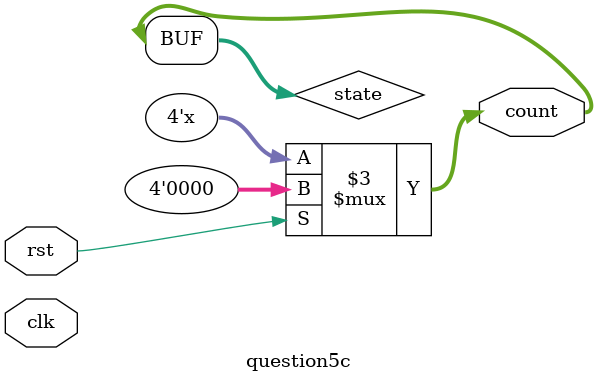
<source format=v>
`timescale 1ns / 1ps
module question5c(
	input  wire      clk,
	input  wire      rst,
   output wire [3:0] count
   );

	reg [3:0] state = 4'b0;

	assign count = state;

	always @ (clk or rst) begin
		if (rst) state <= 4'b0;
		else begin
			case (state)
				4'b0000: state <= 4'b0001;
				4'b0001: state <= 4'b0010;
				4'b0010: state <= 4'b0011;
				4'b0011: state <= 4'b0100;
				4'b0100: state <= 4'b0101;
				4'b0101: state <= 4'b0110;
				4'b0110: state <= 4'b0111;
				4'b0111: state <= 4'b1000;
				4'b1000: state <= 4'b1001;
				4'b1001: state <= 4'b1010;
				4'b1010: state <= 4'b1011;
				4'b1011: state <= 4'b1100;
				4'b1100: state <= 4'b1101;
				4'b1101: state <= 4'b1110;
				4'b1110: state <= 4'b1111;
				4'b1111: state <= 4'b0000;
			endcase
		end
	end

endmodule
</source>
